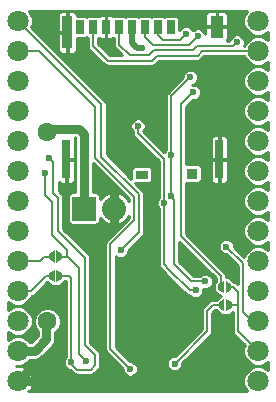
<source format=gbl>
G04 #@! TF.FileFunction,Copper,L2,Bot,Signal*
%FSLAX46Y46*%
G04 Gerber Fmt 4.6, Leading zero omitted, Abs format (unit mm)*
G04 Created by KiCad (PCBNEW 4.0.0-rc2-stable) date 8/12/2015 5:56:54 PM*
%MOMM*%
G01*
G04 APERTURE LIST*
%ADD10C,0.100000*%
%ADD11R,0.700000X1.200000*%
%ADD12R,1.050000X0.780000*%
%ADD13R,0.700000X3.330000*%
%ADD14R,1.140000X1.830000*%
%ADD15R,0.900000X0.930000*%
%ADD16R,0.860000X2.800000*%
%ADD17C,1.800000*%
%ADD18C,1.600000*%
%ADD19R,2.032000X2.032000*%
%ADD20O,2.032000X2.032000*%
%ADD21C,0.600000*%
%ADD22C,0.800000*%
%ADD23C,0.200000*%
%ADD24C,0.203200*%
%ADD25C,0.500000*%
%ADD26C,0.228600*%
G04 APERTURE END LIST*
D10*
G36*
X178989990Y-123968510D02*
X178540410Y-123668790D01*
X178540410Y-123219210D01*
X178989990Y-122919490D01*
X178989990Y-123968510D01*
X178989990Y-123968510D01*
G37*
G36*
X179599590Y-123668790D02*
X179150010Y-123968510D01*
X179150010Y-122919490D01*
X179599590Y-123219210D01*
X179599590Y-123668790D01*
X179599590Y-123668790D01*
G37*
G36*
X178989990Y-125619510D02*
X178540410Y-125319790D01*
X178540410Y-124870210D01*
X178989990Y-124570490D01*
X178989990Y-125619510D01*
X178989990Y-125619510D01*
G37*
G36*
X179599590Y-125319790D02*
X179150010Y-125619510D01*
X179150010Y-124570490D01*
X179599590Y-124870210D01*
X179599590Y-125319790D01*
X179599590Y-125319790D01*
G37*
G36*
X193315590Y-126559310D02*
X192866010Y-126259590D01*
X192866010Y-125810010D01*
X193315590Y-125510290D01*
X193315590Y-126559310D01*
X193315590Y-126559310D01*
G37*
G36*
X193925190Y-126259590D02*
X193475610Y-126559310D01*
X193475610Y-125510290D01*
X193925190Y-125810010D01*
X193925190Y-126259590D01*
X193925190Y-126259590D01*
G37*
G36*
X193366390Y-128083310D02*
X192916810Y-127783590D01*
X192916810Y-127334010D01*
X193366390Y-127034290D01*
X193366390Y-128083310D01*
X193366390Y-128083310D01*
G37*
G36*
X193975990Y-127783590D02*
X193526410Y-128083310D01*
X193526410Y-127034290D01*
X193975990Y-127334010D01*
X193975990Y-127783590D01*
X193975990Y-127783590D01*
G37*
D11*
X181149000Y-104013000D03*
X182249000Y-104013000D03*
X183349000Y-104013000D03*
X184449000Y-104013000D03*
X185549000Y-104013000D03*
X186649000Y-104013000D03*
X187749000Y-104013000D03*
X188849000Y-104013000D03*
D12*
X186374000Y-116503000D03*
D13*
X179989000Y-115228000D03*
D14*
X192729000Y-103978000D03*
D15*
X190639000Y-116428000D03*
D13*
X192949000Y-115228000D03*
D16*
X180069000Y-104463000D03*
D17*
X175895000Y-103505000D03*
X175895000Y-106045000D03*
X175895000Y-108585000D03*
X175895000Y-111125000D03*
X175895000Y-113665000D03*
X175895000Y-116205000D03*
X175895000Y-118745000D03*
X175895000Y-121285000D03*
X175895000Y-123825000D03*
X175895000Y-126365000D03*
X175895000Y-128905000D03*
X175895000Y-131445000D03*
X175895000Y-133985000D03*
X196215000Y-103505000D03*
X196215000Y-106045000D03*
X196215000Y-108585000D03*
X196215000Y-111125000D03*
X196215000Y-113665000D03*
X196215000Y-116205000D03*
X196215000Y-118745000D03*
X196215000Y-121285000D03*
X196215000Y-123825000D03*
X196215000Y-126365000D03*
X196215000Y-128905000D03*
X196215000Y-131445000D03*
X196215000Y-133985000D03*
D18*
X178371500Y-112929400D03*
X178371500Y-128929400D03*
D19*
X181483000Y-119380000D03*
D20*
X184023000Y-119380000D03*
D21*
X185394600Y-132969000D03*
X188264800Y-118922800D03*
X186055000Y-112395000D03*
X190931800Y-126314200D03*
X188849000Y-118325900D03*
X190500000Y-108254800D03*
X188874400Y-114858800D03*
X191744600Y-125552200D03*
X178206400Y-116332000D03*
X181635400Y-132308600D03*
X178511200Y-115062000D03*
X180416200Y-132410200D03*
X190754000Y-109524800D03*
X189153800Y-132511800D03*
X194437000Y-105283000D03*
X191135000Y-104775000D03*
X190119000Y-104584500D03*
X193522600Y-122605800D03*
X184581800Y-122910600D03*
X183337200Y-105613200D03*
X193954400Y-124358400D03*
X193954400Y-112420400D03*
X190652400Y-112064800D03*
X185039000Y-107924600D03*
X186690000Y-109728000D03*
X185369200Y-110998000D03*
X190957200Y-103428800D03*
X178663600Y-104444800D03*
X192735200Y-118516400D03*
X194564000Y-116484400D03*
X182727600Y-126492000D03*
X191541400Y-134239000D03*
X188442600Y-134188200D03*
X184175400Y-134239000D03*
X180568600Y-134239000D03*
X184073800Y-108889800D03*
X185039000Y-124485400D03*
X186385200Y-105765600D03*
D22*
X178308000Y-128992900D02*
X178308000Y-130454400D01*
X178308000Y-130454400D02*
X177317400Y-131445000D01*
X177317400Y-131445000D02*
X175895000Y-131445000D01*
D23*
X178308000Y-128992900D02*
X178371500Y-128929400D01*
D24*
X175895000Y-106045000D02*
X177673000Y-106045000D01*
X183718200Y-131292600D02*
X185394600Y-132969000D01*
X183718200Y-122351800D02*
X183718200Y-131292600D01*
X185699400Y-120370600D02*
X183718200Y-122351800D01*
X185699400Y-118389400D02*
X185699400Y-120370600D01*
X182448200Y-115138200D02*
X185699400Y-118389400D01*
X182448200Y-110820200D02*
X182448200Y-115138200D01*
X177673000Y-106045000D02*
X182448200Y-110820200D01*
X188239400Y-115189000D02*
X188239400Y-118541800D01*
D23*
X188252100Y-119100600D02*
X188252100Y-124104400D01*
D24*
X188252100Y-118922800D02*
X188264800Y-118922800D01*
D23*
X188252100Y-118922800D02*
X188252100Y-119100600D01*
D24*
X188264800Y-118922800D02*
X188252100Y-118922800D01*
X188239400Y-118541800D02*
X188252100Y-118554500D01*
X188264800Y-118922800D02*
X188252100Y-118922800D01*
D23*
X188252100Y-118554500D02*
X188252100Y-118922800D01*
X188252100Y-124104400D02*
X188696600Y-124548900D01*
D24*
X186055000Y-113004600D02*
X188239400Y-115189000D01*
X186055000Y-112395000D02*
X186055000Y-113004600D01*
X188696600Y-124548900D02*
X188696600Y-124587000D01*
X190423800Y-126314200D02*
X190931800Y-126314200D01*
X188696600Y-124587000D02*
X190423800Y-126314200D01*
X188849000Y-118325900D02*
X188849000Y-114884200D01*
X189103000Y-118694200D02*
X189103000Y-124079000D01*
X188849000Y-118440200D02*
X189103000Y-118694200D01*
X188849000Y-118325900D02*
X188849000Y-118440200D01*
X188874400Y-109880400D02*
X188874400Y-114858800D01*
X190500000Y-108254800D02*
X188874400Y-109880400D01*
X188849000Y-114884200D02*
X188874400Y-114858800D01*
X190576200Y-125552200D02*
X189103000Y-124079000D01*
X191744600Y-125552200D02*
X190576200Y-125552200D01*
X178206400Y-116332000D02*
X178206400Y-118262400D01*
X180060600Y-122910600D02*
X178790600Y-121640600D01*
X180060600Y-123418600D02*
X180060600Y-122910600D01*
X178790600Y-121640600D02*
X178790600Y-118846600D01*
X178206400Y-118262400D02*
X178790600Y-118846600D01*
X180060600Y-123418600D02*
X181025800Y-124383800D01*
X181025800Y-131699000D02*
X181635400Y-132308600D01*
X181025800Y-124383800D02*
X181025800Y-131699000D01*
X180060600Y-123444000D02*
X180060600Y-123418600D01*
X180060600Y-123444000D02*
X179374800Y-123444000D01*
X182397400Y-132664200D02*
X182397400Y-131749800D01*
X182397400Y-131749800D02*
X181584600Y-130937000D01*
X181584600Y-130937000D02*
X181584600Y-123571000D01*
X181584600Y-123571000D02*
X179298600Y-121285000D01*
X179298600Y-121285000D02*
X179298600Y-118491000D01*
X179298600Y-118491000D02*
X178892200Y-118084600D01*
X182041800Y-133019800D02*
X182397400Y-132664200D01*
X180873400Y-133019800D02*
X182041800Y-133019800D01*
X180416200Y-132562600D02*
X180873400Y-133019800D01*
X180416200Y-132410200D02*
X180416200Y-132562600D01*
X178892200Y-115443000D02*
X178892200Y-118084600D01*
X178511200Y-115062000D02*
X178892200Y-115443000D01*
X180213000Y-125095000D02*
X179374800Y-125095000D01*
X180416200Y-125298200D02*
X180213000Y-125095000D01*
X180416200Y-132410200D02*
X180416200Y-125298200D01*
X178765200Y-123444000D02*
X178104800Y-123444000D01*
X177723800Y-123825000D02*
X175895000Y-123825000D01*
X178104800Y-123444000D02*
X177723800Y-123825000D01*
X178765200Y-125095000D02*
X178282600Y-125095000D01*
X177012600Y-126365000D02*
X175895000Y-126365000D01*
X178282600Y-125095000D02*
X177012600Y-126365000D01*
X193090800Y-125120400D02*
X189712600Y-121742200D01*
X189712600Y-121742200D02*
X189712600Y-114071400D01*
X193090800Y-125120400D02*
X193090800Y-126034800D01*
X189712600Y-110566200D02*
X189712600Y-114071400D01*
X190754000Y-109524800D02*
X189712600Y-110566200D01*
X193751200Y-127558800D02*
X194538600Y-127558800D01*
X194538600Y-127558800D02*
X194538600Y-127584200D01*
X193700400Y-126034800D02*
X194106800Y-126034800D01*
X194538600Y-126466600D02*
X194538600Y-127584200D01*
X194538600Y-127584200D02*
X194538600Y-127787400D01*
X194106800Y-126034800D02*
X194538600Y-126466600D01*
X194538600Y-129768600D02*
X196215000Y-131445000D01*
X194538600Y-127787400D02*
X194538600Y-129768600D01*
X192379600Y-127558800D02*
X193141600Y-127558800D01*
X191897000Y-128041400D02*
X192379600Y-127558800D01*
X191897000Y-129768600D02*
X191897000Y-128041400D01*
X189153800Y-132511800D02*
X191897000Y-129768600D01*
X185343800Y-106400600D02*
X186969400Y-106400600D01*
X194437000Y-105283000D02*
X194081400Y-105638600D01*
X194081400Y-105638600D02*
X191084200Y-105638600D01*
X185343800Y-106400600D02*
X184449000Y-105505800D01*
X184449000Y-104013000D02*
X184449000Y-105505800D01*
X190754000Y-105968800D02*
X191084200Y-105638600D01*
X187401200Y-105968800D02*
X190754000Y-105968800D01*
X186969400Y-106400600D02*
X187401200Y-105968800D01*
X191490600Y-106045000D02*
X191109600Y-106426000D01*
X196215000Y-106045000D02*
X191490600Y-106045000D01*
X182249000Y-105604500D02*
X182249000Y-104013000D01*
X182249000Y-105604500D02*
X183502300Y-106857800D01*
X187223400Y-106857800D02*
X183502300Y-106857800D01*
X187655200Y-106426000D02*
X187223400Y-106857800D01*
X191109600Y-106426000D02*
X187655200Y-106426000D01*
X186649000Y-104860998D02*
X187337702Y-105549700D01*
X187337702Y-105549700D02*
X190360300Y-105549700D01*
X190360300Y-105549700D02*
X191135000Y-104775000D01*
X186649000Y-104013000D02*
X186649000Y-104860998D01*
X187749000Y-104013000D02*
X187749000Y-104691000D01*
X189598300Y-105105200D02*
X190119000Y-104584500D01*
X188163200Y-105105200D02*
X189598300Y-105105200D01*
X187749000Y-104691000D02*
X188163200Y-105105200D01*
X194945000Y-124028200D02*
X193522600Y-122605800D01*
X194945000Y-128143000D02*
X194945000Y-124028200D01*
X194945000Y-128143000D02*
X195707000Y-128905000D01*
X196215000Y-128905000D02*
X195707000Y-128905000D01*
X182956200Y-110566200D02*
X182956200Y-114985800D01*
X186156600Y-118186200D02*
X182956200Y-114985800D01*
X182956200Y-110566200D02*
X178333400Y-105943400D01*
X184632600Y-122910600D02*
X186156600Y-121386600D01*
X186156600Y-121386600D02*
X186156600Y-118186200D01*
X178333400Y-105943400D02*
X178333400Y-105943400D01*
X178333400Y-105943400D02*
X175895000Y-103505000D01*
D22*
X184023000Y-119380000D02*
X184023000Y-120624600D01*
X184023000Y-120624600D02*
X183997600Y-120650000D01*
X184023000Y-119380000D02*
X184023000Y-118084600D01*
X184023000Y-118084600D02*
X184048400Y-118059200D01*
X175895000Y-133985000D02*
X177139600Y-132740400D01*
X175895000Y-133985000D02*
X177368200Y-133985000D01*
X177368200Y-133985000D02*
X177393600Y-134010400D01*
D24*
X183349000Y-104013000D02*
X183349000Y-105601400D01*
X183349000Y-105601400D02*
X183337200Y-105613200D01*
X193954400Y-112420400D02*
X193598800Y-112064800D01*
X193598800Y-112064800D02*
X190652400Y-112064800D01*
X185039000Y-107924600D02*
X186690000Y-109575600D01*
X184073800Y-108889800D02*
X185039000Y-107924600D01*
X186690000Y-109575600D02*
X186690000Y-109728000D01*
X184073800Y-108889800D02*
X185369200Y-110185200D01*
X185369200Y-110185200D02*
X185369200Y-110998000D01*
X192729000Y-103978000D02*
X191506400Y-103978000D01*
X191506400Y-103978000D02*
X190957200Y-103428800D01*
X180069000Y-104463000D02*
X178681800Y-104463000D01*
X178681800Y-104463000D02*
X178663600Y-104444800D01*
X188493400Y-134239000D02*
X191541400Y-134239000D01*
X188442600Y-134188200D02*
X188493400Y-134239000D01*
X180568600Y-134239000D02*
X184175400Y-134239000D01*
D22*
X181483000Y-119380000D02*
X181483000Y-113055400D01*
X181051200Y-112623600D02*
X178677300Y-112623600D01*
X181483000Y-113055400D02*
X181051200Y-112623600D01*
X178677300Y-112623600D02*
X178371500Y-112929400D01*
D25*
X185549000Y-104013000D02*
X185549000Y-105335800D01*
X185549000Y-105335800D02*
X185978800Y-105765600D01*
X185978800Y-105765600D02*
X186385200Y-105765600D01*
D26*
G36*
X195161935Y-102800034D02*
X194972316Y-103256687D01*
X194971885Y-103751143D01*
X195160706Y-104208127D01*
X195510034Y-104558065D01*
X195966687Y-104747684D01*
X196461143Y-104748115D01*
X196918127Y-104559294D01*
X197067100Y-104410581D01*
X197067100Y-105139326D01*
X196919966Y-104991935D01*
X196463313Y-104802316D01*
X195968857Y-104801885D01*
X195511873Y-104990706D01*
X195161935Y-105340034D01*
X195053780Y-105600500D01*
X195001284Y-105600500D01*
X195079788Y-105411442D01*
X195080011Y-105155680D01*
X194982342Y-104919302D01*
X194801649Y-104738294D01*
X194565442Y-104640212D01*
X194309680Y-104639989D01*
X194073302Y-104737658D01*
X193892294Y-104918351D01*
X193794212Y-105154558D01*
X193794178Y-105194100D01*
X193554676Y-105194100D01*
X193632763Y-105116013D01*
X193692700Y-104971312D01*
X193692700Y-104101825D01*
X193594275Y-104003400D01*
X192754400Y-104003400D01*
X192754400Y-104023400D01*
X192703600Y-104023400D01*
X192703600Y-104003400D01*
X191863725Y-104003400D01*
X191765300Y-104101825D01*
X191765300Y-104616917D01*
X191680342Y-104411302D01*
X191499649Y-104230294D01*
X191263442Y-104132212D01*
X191007680Y-104131989D01*
X190771302Y-104229658D01*
X190698167Y-104302666D01*
X190664342Y-104220802D01*
X190483649Y-104039794D01*
X190247442Y-103941712D01*
X189991680Y-103941489D01*
X189755302Y-104039158D01*
X189574294Y-104219851D01*
X189548617Y-104281688D01*
X189548617Y-103413000D01*
X189524707Y-103285929D01*
X189449608Y-103169222D01*
X189335021Y-103090928D01*
X189199000Y-103063383D01*
X188499000Y-103063383D01*
X188371929Y-103087293D01*
X188298682Y-103134426D01*
X188235021Y-103090928D01*
X188099000Y-103063383D01*
X187399000Y-103063383D01*
X187271929Y-103087293D01*
X187198682Y-103134426D01*
X187135021Y-103090928D01*
X186999000Y-103063383D01*
X186299000Y-103063383D01*
X186171929Y-103087293D01*
X186098682Y-103134426D01*
X186035021Y-103090928D01*
X185899000Y-103063383D01*
X185199000Y-103063383D01*
X185071929Y-103087293D01*
X184998682Y-103134426D01*
X184935021Y-103090928D01*
X184799000Y-103063383D01*
X184099000Y-103063383D01*
X183971929Y-103087293D01*
X183946459Y-103103683D01*
X183922013Y-103079237D01*
X183777312Y-103019300D01*
X183472825Y-103019300D01*
X183374400Y-103117725D01*
X183374400Y-103987600D01*
X183394400Y-103987600D01*
X183394400Y-104038400D01*
X183374400Y-104038400D01*
X183374400Y-104908275D01*
X183472825Y-105006700D01*
X183777312Y-105006700D01*
X183922013Y-104946763D01*
X183945587Y-104923189D01*
X183962979Y-104935072D01*
X184004500Y-104943480D01*
X184004500Y-105505800D01*
X184038336Y-105675903D01*
X184104285Y-105774603D01*
X184134691Y-105820109D01*
X184727882Y-106413300D01*
X183686418Y-106413300D01*
X182693500Y-105420382D01*
X182693500Y-104944836D01*
X182726071Y-104938707D01*
X182751541Y-104922317D01*
X182775987Y-104946763D01*
X182920688Y-105006700D01*
X183225175Y-105006700D01*
X183323600Y-104908275D01*
X183323600Y-104038400D01*
X183303600Y-104038400D01*
X183303600Y-103987600D01*
X183323600Y-103987600D01*
X183323600Y-103117725D01*
X183225175Y-103019300D01*
X182920688Y-103019300D01*
X182775987Y-103079237D01*
X182752413Y-103102811D01*
X182735021Y-103090928D01*
X182599000Y-103063383D01*
X181899000Y-103063383D01*
X181771929Y-103087293D01*
X181698682Y-103134426D01*
X181635021Y-103090928D01*
X181499000Y-103063383D01*
X180892700Y-103063383D01*
X180892700Y-102984688D01*
X191765300Y-102984688D01*
X191765300Y-103854175D01*
X191863725Y-103952600D01*
X192703600Y-103952600D01*
X192703600Y-102767725D01*
X192754400Y-102767725D01*
X192754400Y-103952600D01*
X193594275Y-103952600D01*
X193692700Y-103854175D01*
X193692700Y-102984688D01*
X193632763Y-102839987D01*
X193522013Y-102729237D01*
X193377312Y-102669300D01*
X192852825Y-102669300D01*
X192754400Y-102767725D01*
X192703600Y-102767725D01*
X192605175Y-102669300D01*
X192080688Y-102669300D01*
X191935987Y-102729237D01*
X191825237Y-102839987D01*
X191765300Y-102984688D01*
X180892700Y-102984688D01*
X180832763Y-102839987D01*
X180722013Y-102729237D01*
X180577312Y-102669300D01*
X180192825Y-102669300D01*
X180094400Y-102767725D01*
X180094400Y-104437600D01*
X180114400Y-104437600D01*
X180114400Y-104488400D01*
X180094400Y-104488400D01*
X180094400Y-106158275D01*
X180192825Y-106256700D01*
X180577312Y-106256700D01*
X180722013Y-106196763D01*
X180832763Y-106086013D01*
X180892700Y-105941312D01*
X180892700Y-104962617D01*
X181499000Y-104962617D01*
X181626071Y-104938707D01*
X181699318Y-104891574D01*
X181762979Y-104935072D01*
X181804500Y-104943480D01*
X181804500Y-105604500D01*
X181838336Y-105774603D01*
X181898075Y-105864009D01*
X181934691Y-105918809D01*
X183187991Y-107172109D01*
X183332197Y-107268464D01*
X183502300Y-107302300D01*
X187223400Y-107302300D01*
X187393503Y-107268464D01*
X187537709Y-107172109D01*
X187839318Y-106870500D01*
X191109600Y-106870500D01*
X191279703Y-106836664D01*
X191423909Y-106740309D01*
X191674718Y-106489500D01*
X195053844Y-106489500D01*
X195160706Y-106748127D01*
X195510034Y-107098065D01*
X195966687Y-107287684D01*
X196461143Y-107288115D01*
X196918127Y-107099294D01*
X197067100Y-106950581D01*
X197067100Y-107679326D01*
X196919966Y-107531935D01*
X196463313Y-107342316D01*
X195968857Y-107341885D01*
X195511873Y-107530706D01*
X195161935Y-107880034D01*
X194972316Y-108336687D01*
X194971885Y-108831143D01*
X195160706Y-109288127D01*
X195510034Y-109638065D01*
X195966687Y-109827684D01*
X196461143Y-109828115D01*
X196918127Y-109639294D01*
X197067100Y-109490581D01*
X197067100Y-110219326D01*
X196919966Y-110071935D01*
X196463313Y-109882316D01*
X195968857Y-109881885D01*
X195511873Y-110070706D01*
X195161935Y-110420034D01*
X194972316Y-110876687D01*
X194971885Y-111371143D01*
X195160706Y-111828127D01*
X195510034Y-112178065D01*
X195966687Y-112367684D01*
X196461143Y-112368115D01*
X196918127Y-112179294D01*
X197067100Y-112030581D01*
X197067100Y-112759326D01*
X196919966Y-112611935D01*
X196463313Y-112422316D01*
X195968857Y-112421885D01*
X195511873Y-112610706D01*
X195161935Y-112960034D01*
X194972316Y-113416687D01*
X194971885Y-113911143D01*
X195160706Y-114368127D01*
X195510034Y-114718065D01*
X195966687Y-114907684D01*
X196461143Y-114908115D01*
X196918127Y-114719294D01*
X197067100Y-114570581D01*
X197067100Y-115299326D01*
X196919966Y-115151935D01*
X196463313Y-114962316D01*
X195968857Y-114961885D01*
X195511873Y-115150706D01*
X195161935Y-115500034D01*
X194972316Y-115956687D01*
X194971885Y-116451143D01*
X195160706Y-116908127D01*
X195510034Y-117258065D01*
X195966687Y-117447684D01*
X196461143Y-117448115D01*
X196918127Y-117259294D01*
X197067100Y-117110581D01*
X197067100Y-117839326D01*
X196919966Y-117691935D01*
X196463313Y-117502316D01*
X195968857Y-117501885D01*
X195511873Y-117690706D01*
X195161935Y-118040034D01*
X194972316Y-118496687D01*
X194971885Y-118991143D01*
X195160706Y-119448127D01*
X195510034Y-119798065D01*
X195966687Y-119987684D01*
X196461143Y-119988115D01*
X196918127Y-119799294D01*
X197067100Y-119650581D01*
X197067100Y-120379326D01*
X196919966Y-120231935D01*
X196463313Y-120042316D01*
X195968857Y-120041885D01*
X195511873Y-120230706D01*
X195161935Y-120580034D01*
X194972316Y-121036687D01*
X194971885Y-121531143D01*
X195160706Y-121988127D01*
X195510034Y-122338065D01*
X195966687Y-122527684D01*
X196461143Y-122528115D01*
X196918127Y-122339294D01*
X197067100Y-122190581D01*
X197067100Y-122919326D01*
X196919966Y-122771935D01*
X196463313Y-122582316D01*
X195968857Y-122581885D01*
X195511873Y-122770706D01*
X195161935Y-123120034D01*
X195016265Y-123470847D01*
X194165488Y-122620070D01*
X194165611Y-122478480D01*
X194067942Y-122242102D01*
X193887249Y-122061094D01*
X193651042Y-121963012D01*
X193395280Y-121962789D01*
X193158902Y-122060458D01*
X192977894Y-122241151D01*
X192879812Y-122477358D01*
X192879589Y-122733120D01*
X192977258Y-122969498D01*
X193157951Y-123150506D01*
X193394158Y-123248588D01*
X193536894Y-123248712D01*
X194500500Y-124212318D01*
X194500500Y-125799882D01*
X194421109Y-125720491D01*
X194403708Y-125708864D01*
X194276903Y-125624136D01*
X194210497Y-125610927D01*
X194119123Y-125519111D01*
X193669543Y-125219391D01*
X193535300Y-125176712D01*
X193535300Y-125120400D01*
X193501464Y-124950297D01*
X193405109Y-124806091D01*
X190157100Y-121558082D01*
X190157100Y-117236157D01*
X190189000Y-117242617D01*
X191089000Y-117242617D01*
X191216071Y-117218707D01*
X191332778Y-117143608D01*
X191411072Y-117029021D01*
X191438617Y-116893000D01*
X191438617Y-115963000D01*
X191414707Y-115835929D01*
X191339608Y-115719222D01*
X191225021Y-115640928D01*
X191089000Y-115613383D01*
X190189000Y-115613383D01*
X190157100Y-115619385D01*
X190157100Y-115351825D01*
X192205300Y-115351825D01*
X192205300Y-116971312D01*
X192265237Y-117116013D01*
X192375987Y-117226763D01*
X192520688Y-117286700D01*
X192825175Y-117286700D01*
X192923600Y-117188275D01*
X192923600Y-115253400D01*
X192974400Y-115253400D01*
X192974400Y-117188275D01*
X193072825Y-117286700D01*
X193377312Y-117286700D01*
X193522013Y-117226763D01*
X193632763Y-117116013D01*
X193692700Y-116971312D01*
X193692700Y-115351825D01*
X193594275Y-115253400D01*
X192974400Y-115253400D01*
X192923600Y-115253400D01*
X192303725Y-115253400D01*
X192205300Y-115351825D01*
X190157100Y-115351825D01*
X190157100Y-113484688D01*
X192205300Y-113484688D01*
X192205300Y-115104175D01*
X192303725Y-115202600D01*
X192923600Y-115202600D01*
X192923600Y-113267725D01*
X192974400Y-113267725D01*
X192974400Y-115202600D01*
X193594275Y-115202600D01*
X193692700Y-115104175D01*
X193692700Y-113484688D01*
X193632763Y-113339987D01*
X193522013Y-113229237D01*
X193377312Y-113169300D01*
X193072825Y-113169300D01*
X192974400Y-113267725D01*
X192923600Y-113267725D01*
X192825175Y-113169300D01*
X192520688Y-113169300D01*
X192375987Y-113229237D01*
X192265237Y-113339987D01*
X192205300Y-113484688D01*
X190157100Y-113484688D01*
X190157100Y-110750318D01*
X190739730Y-110167688D01*
X190881320Y-110167811D01*
X191117698Y-110070142D01*
X191298706Y-109889449D01*
X191396788Y-109653242D01*
X191397011Y-109397480D01*
X191299342Y-109161102D01*
X191118649Y-108980094D01*
X190882442Y-108882012D01*
X190666013Y-108881823D01*
X190863698Y-108800142D01*
X191044706Y-108619449D01*
X191142788Y-108383242D01*
X191143011Y-108127480D01*
X191045342Y-107891102D01*
X190864649Y-107710094D01*
X190628442Y-107612012D01*
X190372680Y-107611789D01*
X190136302Y-107709458D01*
X189955294Y-107890151D01*
X189857212Y-108126358D01*
X189857088Y-108269094D01*
X188560091Y-109566091D01*
X188463736Y-109710297D01*
X188429900Y-109880400D01*
X188429900Y-114394119D01*
X188329694Y-114494151D01*
X188283769Y-114604751D01*
X186519116Y-112840098D01*
X186599706Y-112759649D01*
X186697788Y-112523442D01*
X186698011Y-112267680D01*
X186600342Y-112031302D01*
X186419649Y-111850294D01*
X186183442Y-111752212D01*
X185927680Y-111751989D01*
X185691302Y-111849658D01*
X185510294Y-112030351D01*
X185412212Y-112266558D01*
X185411989Y-112522320D01*
X185509658Y-112758698D01*
X185610500Y-112859716D01*
X185610500Y-113004600D01*
X185644336Y-113174703D01*
X185706491Y-113267725D01*
X185740691Y-113318909D01*
X187794900Y-115373118D01*
X187794900Y-118483475D01*
X187720094Y-118558151D01*
X187622012Y-118794358D01*
X187621789Y-119050120D01*
X187719458Y-119286498D01*
X187809200Y-119376396D01*
X187809200Y-124104395D01*
X187809199Y-124104400D01*
X187842914Y-124273891D01*
X187938922Y-124417578D01*
X188301016Y-124779672D01*
X188366760Y-124878065D01*
X188382291Y-124901309D01*
X190109491Y-126628509D01*
X190253698Y-126724865D01*
X190423800Y-126758700D01*
X190467119Y-126758700D01*
X190567151Y-126858906D01*
X190803358Y-126956988D01*
X191059120Y-126957211D01*
X191295498Y-126859542D01*
X191476506Y-126678849D01*
X191574588Y-126442642D01*
X191574811Y-126186880D01*
X191570292Y-126175943D01*
X191616158Y-126194988D01*
X191871920Y-126195211D01*
X192108298Y-126097542D01*
X192289306Y-125916849D01*
X192387388Y-125680642D01*
X192387611Y-125424880D01*
X192289942Y-125188502D01*
X192109249Y-125007494D01*
X191873042Y-124909412D01*
X191617280Y-124909189D01*
X191380902Y-125006858D01*
X191279884Y-125107700D01*
X190760318Y-125107700D01*
X189547500Y-123894882D01*
X189547500Y-122205718D01*
X192646300Y-125304518D01*
X192646300Y-125550267D01*
X192543938Y-125673989D01*
X192516393Y-125810010D01*
X192516393Y-126259590D01*
X192574181Y-126452120D01*
X192672077Y-126550489D01*
X193066944Y-126813733D01*
X192722877Y-127043111D01*
X192663978Y-127114300D01*
X192379600Y-127114300D01*
X192209497Y-127148136D01*
X192065291Y-127244491D01*
X191582691Y-127727091D01*
X191486336Y-127871297D01*
X191452500Y-128041400D01*
X191452500Y-129584482D01*
X189168070Y-131868912D01*
X189026480Y-131868789D01*
X188790102Y-131966458D01*
X188609094Y-132147151D01*
X188511012Y-132383358D01*
X188510789Y-132639120D01*
X188608458Y-132875498D01*
X188789151Y-133056506D01*
X189025358Y-133154588D01*
X189281120Y-133154811D01*
X189517498Y-133057142D01*
X189698506Y-132876449D01*
X189796588Y-132640242D01*
X189796712Y-132497506D01*
X192211309Y-130082909D01*
X192307665Y-129938702D01*
X192341500Y-129768600D01*
X192341500Y-128225518D01*
X192563718Y-128003300D01*
X192652030Y-128003300D01*
X192722877Y-128074489D01*
X193172457Y-128374209D01*
X193356731Y-128432794D01*
X193438150Y-128418635D01*
X193453115Y-128425158D01*
X193591887Y-128426741D01*
X193720343Y-128374209D01*
X194094100Y-128125038D01*
X194094100Y-129768600D01*
X194127936Y-129938703D01*
X194217069Y-130072101D01*
X194224291Y-130082909D01*
X195079630Y-130938248D01*
X194972316Y-131196687D01*
X194971885Y-131691143D01*
X195160706Y-132148127D01*
X195510034Y-132498065D01*
X195966687Y-132687684D01*
X196461143Y-132688115D01*
X196918127Y-132499294D01*
X197067100Y-132350581D01*
X197067100Y-133079326D01*
X196919966Y-132931935D01*
X196463313Y-132742316D01*
X195968857Y-132741885D01*
X195511873Y-132930706D01*
X195161935Y-133280034D01*
X194972316Y-133736687D01*
X194971885Y-134231143D01*
X195160706Y-134688127D01*
X195309419Y-134837100D01*
X176783023Y-134837100D01*
X176775884Y-134829961D01*
X176976861Y-134739622D01*
X177183291Y-134268169D01*
X177193590Y-133753607D01*
X177006191Y-133274272D01*
X176976861Y-133230378D01*
X176775883Y-133140039D01*
X175930921Y-133985000D01*
X175945064Y-133999142D01*
X175909142Y-134035064D01*
X175895000Y-134020921D01*
X175880858Y-134035064D01*
X175844936Y-133999142D01*
X175859079Y-133985000D01*
X175844936Y-133970858D01*
X175880858Y-133934936D01*
X175895000Y-133949079D01*
X176739961Y-133104117D01*
X176649622Y-132903139D01*
X176178169Y-132696709D01*
X175730928Y-132687757D01*
X176141143Y-132688115D01*
X176598127Y-132499294D01*
X176910065Y-132187900D01*
X177317395Y-132187900D01*
X177317400Y-132187901D01*
X177554527Y-132140732D01*
X177601696Y-132131350D01*
X177842710Y-131970310D01*
X178833310Y-130979710D01*
X178898640Y-130881936D01*
X178994350Y-130738696D01*
X179017425Y-130622691D01*
X179050901Y-130454400D01*
X179050900Y-130454395D01*
X179050900Y-129866081D01*
X179339839Y-129577646D01*
X179514201Y-129157734D01*
X179514598Y-128703060D01*
X179340969Y-128282845D01*
X179019746Y-127961061D01*
X178599834Y-127786699D01*
X178145160Y-127786302D01*
X177724945Y-127959931D01*
X177403161Y-128281154D01*
X177228799Y-128701066D01*
X177228402Y-129155740D01*
X177402031Y-129575955D01*
X177565100Y-129739309D01*
X177565100Y-130146680D01*
X177009680Y-130702100D01*
X176909590Y-130702100D01*
X176599966Y-130391935D01*
X176143313Y-130202316D01*
X175648857Y-130201885D01*
X175191873Y-130390706D01*
X175042900Y-130539419D01*
X175042900Y-129810674D01*
X175190034Y-129958065D01*
X175646687Y-130147684D01*
X176141143Y-130148115D01*
X176598127Y-129959294D01*
X176948065Y-129609966D01*
X177137684Y-129153313D01*
X177138115Y-128658857D01*
X176949294Y-128201873D01*
X176599966Y-127851935D01*
X176143313Y-127662316D01*
X175648857Y-127661885D01*
X175191873Y-127850706D01*
X175042900Y-127999419D01*
X175042900Y-127270674D01*
X175190034Y-127418065D01*
X175646687Y-127607684D01*
X176141143Y-127608115D01*
X176598127Y-127419294D01*
X176948065Y-127069966D01*
X177060147Y-126800042D01*
X177182703Y-126775664D01*
X177326909Y-126679309D01*
X178375908Y-125630310D01*
X178796057Y-125910409D01*
X178980331Y-125968994D01*
X179061750Y-125954835D01*
X179076715Y-125961358D01*
X179215487Y-125962941D01*
X179343943Y-125910409D01*
X179793523Y-125610689D01*
X179852422Y-125539500D01*
X179971700Y-125539500D01*
X179971700Y-131945519D01*
X179871494Y-132045551D01*
X179773412Y-132281758D01*
X179773189Y-132537520D01*
X179870858Y-132773898D01*
X180051551Y-132954906D01*
X180271020Y-133046038D01*
X180559091Y-133334109D01*
X180703297Y-133430464D01*
X180873400Y-133464300D01*
X182041800Y-133464300D01*
X182211903Y-133430464D01*
X182356109Y-133334109D01*
X182711709Y-132978509D01*
X182808064Y-132834303D01*
X182841900Y-132664200D01*
X182841900Y-131749800D01*
X182808064Y-131579697D01*
X182711709Y-131435491D01*
X182029100Y-130752882D01*
X182029100Y-123571000D01*
X181995264Y-123400897D01*
X181898909Y-123256691D01*
X179743100Y-121100882D01*
X179743100Y-118491000D01*
X179709264Y-118320897D01*
X179612909Y-118176691D01*
X179336700Y-117900482D01*
X179336700Y-117147476D01*
X179415987Y-117226763D01*
X179560688Y-117286700D01*
X179865175Y-117286700D01*
X179963600Y-117188275D01*
X179963600Y-115253400D01*
X180014400Y-115253400D01*
X180014400Y-117188275D01*
X180112825Y-117286700D01*
X180417312Y-117286700D01*
X180562013Y-117226763D01*
X180672763Y-117116013D01*
X180732700Y-116971312D01*
X180732700Y-115351825D01*
X180634275Y-115253400D01*
X180014400Y-115253400D01*
X179963600Y-115253400D01*
X179943600Y-115253400D01*
X179943600Y-115202600D01*
X179963600Y-115202600D01*
X179963600Y-115182600D01*
X180014400Y-115182600D01*
X180014400Y-115202600D01*
X180634275Y-115202600D01*
X180732700Y-115104175D01*
X180732700Y-113484688D01*
X180683745Y-113366500D01*
X180740100Y-113366500D01*
X180740100Y-118014383D01*
X180467000Y-118014383D01*
X180339929Y-118038293D01*
X180223222Y-118113392D01*
X180144928Y-118227979D01*
X180117383Y-118364000D01*
X180117383Y-120396000D01*
X180141293Y-120523071D01*
X180216392Y-120639778D01*
X180330979Y-120718072D01*
X180467000Y-120745617D01*
X182499000Y-120745617D01*
X182626071Y-120721707D01*
X182742778Y-120646608D01*
X182821072Y-120532021D01*
X182848617Y-120396000D01*
X182848617Y-120152836D01*
X183215081Y-120535217D01*
X183718663Y-120756459D01*
X183777423Y-120768145D01*
X183997600Y-120691029D01*
X183997600Y-119405400D01*
X183977600Y-119405400D01*
X183977600Y-119354600D01*
X183997600Y-119354600D01*
X183997600Y-118068971D01*
X183777423Y-117991855D01*
X183718663Y-118003541D01*
X183215081Y-118224783D01*
X182848617Y-118607164D01*
X182848617Y-118364000D01*
X182824707Y-118236929D01*
X182749608Y-118120222D01*
X182635021Y-118041928D01*
X182499000Y-118014383D01*
X182225900Y-118014383D01*
X182225900Y-115544518D01*
X185254900Y-118573518D01*
X185254900Y-118733307D01*
X185211502Y-118621896D01*
X184830919Y-118224783D01*
X184327337Y-118003541D01*
X184268577Y-117991855D01*
X184048400Y-118068971D01*
X184048400Y-119354600D01*
X184068400Y-119354600D01*
X184068400Y-119405400D01*
X184048400Y-119405400D01*
X184048400Y-120691029D01*
X184268577Y-120768145D01*
X184327337Y-120756459D01*
X184830919Y-120535217D01*
X185211502Y-120138104D01*
X185254900Y-120026693D01*
X185254900Y-120186482D01*
X183403891Y-122037491D01*
X183307536Y-122181697D01*
X183273700Y-122351800D01*
X183273700Y-131292600D01*
X183307536Y-131462703D01*
X183351766Y-131528898D01*
X183403891Y-131606909D01*
X184751712Y-132954730D01*
X184751589Y-133096320D01*
X184849258Y-133332698D01*
X185029951Y-133513706D01*
X185266158Y-133611788D01*
X185521920Y-133612011D01*
X185758298Y-133514342D01*
X185939306Y-133333649D01*
X186037388Y-133097442D01*
X186037611Y-132841680D01*
X185939942Y-132605302D01*
X185759249Y-132424294D01*
X185523042Y-132326212D01*
X185380306Y-132326088D01*
X184162700Y-131108482D01*
X184162700Y-123400760D01*
X184217151Y-123455306D01*
X184453358Y-123553388D01*
X184709120Y-123553611D01*
X184945498Y-123455942D01*
X185126506Y-123275249D01*
X185224588Y-123039042D01*
X185224668Y-122947150D01*
X186470909Y-121700909D01*
X186567264Y-121556703D01*
X186601100Y-121386600D01*
X186601100Y-118186200D01*
X186567264Y-118016097D01*
X186470909Y-117871891D01*
X185839765Y-117240747D01*
X185849000Y-117242617D01*
X186899000Y-117242617D01*
X187026071Y-117218707D01*
X187142778Y-117143608D01*
X187221072Y-117029021D01*
X187248617Y-116893000D01*
X187248617Y-116113000D01*
X187224707Y-115985929D01*
X187149608Y-115869222D01*
X187035021Y-115790928D01*
X186899000Y-115763383D01*
X185849000Y-115763383D01*
X185721929Y-115787293D01*
X185605222Y-115862392D01*
X185526928Y-115976979D01*
X185499383Y-116113000D01*
X185499383Y-116893000D01*
X185501090Y-116902072D01*
X183400700Y-114801682D01*
X183400700Y-110566200D01*
X183366864Y-110396097D01*
X183270509Y-110251891D01*
X177605443Y-104586825D01*
X179245300Y-104586825D01*
X179245300Y-105941312D01*
X179305237Y-106086013D01*
X179415987Y-106196763D01*
X179560688Y-106256700D01*
X179945175Y-106256700D01*
X180043600Y-106158275D01*
X180043600Y-104488400D01*
X179343725Y-104488400D01*
X179245300Y-104586825D01*
X177605443Y-104586825D01*
X177030370Y-104011752D01*
X177137684Y-103753313D01*
X177138115Y-103258857D01*
X177024832Y-102984688D01*
X179245300Y-102984688D01*
X179245300Y-104339175D01*
X179343725Y-104437600D01*
X180043600Y-104437600D01*
X180043600Y-102767725D01*
X179945175Y-102669300D01*
X179560688Y-102669300D01*
X179415987Y-102729237D01*
X179305237Y-102839987D01*
X179245300Y-102984688D01*
X177024832Y-102984688D01*
X176949294Y-102801873D01*
X176800581Y-102652900D01*
X195309326Y-102652900D01*
X195161935Y-102800034D01*
X195161935Y-102800034D01*
G37*
X195161935Y-102800034D02*
X194972316Y-103256687D01*
X194971885Y-103751143D01*
X195160706Y-104208127D01*
X195510034Y-104558065D01*
X195966687Y-104747684D01*
X196461143Y-104748115D01*
X196918127Y-104559294D01*
X197067100Y-104410581D01*
X197067100Y-105139326D01*
X196919966Y-104991935D01*
X196463313Y-104802316D01*
X195968857Y-104801885D01*
X195511873Y-104990706D01*
X195161935Y-105340034D01*
X195053780Y-105600500D01*
X195001284Y-105600500D01*
X195079788Y-105411442D01*
X195080011Y-105155680D01*
X194982342Y-104919302D01*
X194801649Y-104738294D01*
X194565442Y-104640212D01*
X194309680Y-104639989D01*
X194073302Y-104737658D01*
X193892294Y-104918351D01*
X193794212Y-105154558D01*
X193794178Y-105194100D01*
X193554676Y-105194100D01*
X193632763Y-105116013D01*
X193692700Y-104971312D01*
X193692700Y-104101825D01*
X193594275Y-104003400D01*
X192754400Y-104003400D01*
X192754400Y-104023400D01*
X192703600Y-104023400D01*
X192703600Y-104003400D01*
X191863725Y-104003400D01*
X191765300Y-104101825D01*
X191765300Y-104616917D01*
X191680342Y-104411302D01*
X191499649Y-104230294D01*
X191263442Y-104132212D01*
X191007680Y-104131989D01*
X190771302Y-104229658D01*
X190698167Y-104302666D01*
X190664342Y-104220802D01*
X190483649Y-104039794D01*
X190247442Y-103941712D01*
X189991680Y-103941489D01*
X189755302Y-104039158D01*
X189574294Y-104219851D01*
X189548617Y-104281688D01*
X189548617Y-103413000D01*
X189524707Y-103285929D01*
X189449608Y-103169222D01*
X189335021Y-103090928D01*
X189199000Y-103063383D01*
X188499000Y-103063383D01*
X188371929Y-103087293D01*
X188298682Y-103134426D01*
X188235021Y-103090928D01*
X188099000Y-103063383D01*
X187399000Y-103063383D01*
X187271929Y-103087293D01*
X187198682Y-103134426D01*
X187135021Y-103090928D01*
X186999000Y-103063383D01*
X186299000Y-103063383D01*
X186171929Y-103087293D01*
X186098682Y-103134426D01*
X186035021Y-103090928D01*
X185899000Y-103063383D01*
X185199000Y-103063383D01*
X185071929Y-103087293D01*
X184998682Y-103134426D01*
X184935021Y-103090928D01*
X184799000Y-103063383D01*
X184099000Y-103063383D01*
X183971929Y-103087293D01*
X183946459Y-103103683D01*
X183922013Y-103079237D01*
X183777312Y-103019300D01*
X183472825Y-103019300D01*
X183374400Y-103117725D01*
X183374400Y-103987600D01*
X183394400Y-103987600D01*
X183394400Y-104038400D01*
X183374400Y-104038400D01*
X183374400Y-104908275D01*
X183472825Y-105006700D01*
X183777312Y-105006700D01*
X183922013Y-104946763D01*
X183945587Y-104923189D01*
X183962979Y-104935072D01*
X184004500Y-104943480D01*
X184004500Y-105505800D01*
X184038336Y-105675903D01*
X184104285Y-105774603D01*
X184134691Y-105820109D01*
X184727882Y-106413300D01*
X183686418Y-106413300D01*
X182693500Y-105420382D01*
X182693500Y-104944836D01*
X182726071Y-104938707D01*
X182751541Y-104922317D01*
X182775987Y-104946763D01*
X182920688Y-105006700D01*
X183225175Y-105006700D01*
X183323600Y-104908275D01*
X183323600Y-104038400D01*
X183303600Y-104038400D01*
X183303600Y-103987600D01*
X183323600Y-103987600D01*
X183323600Y-103117725D01*
X183225175Y-103019300D01*
X182920688Y-103019300D01*
X182775987Y-103079237D01*
X182752413Y-103102811D01*
X182735021Y-103090928D01*
X182599000Y-103063383D01*
X181899000Y-103063383D01*
X181771929Y-103087293D01*
X181698682Y-103134426D01*
X181635021Y-103090928D01*
X181499000Y-103063383D01*
X180892700Y-103063383D01*
X180892700Y-102984688D01*
X191765300Y-102984688D01*
X191765300Y-103854175D01*
X191863725Y-103952600D01*
X192703600Y-103952600D01*
X192703600Y-102767725D01*
X192754400Y-102767725D01*
X192754400Y-103952600D01*
X193594275Y-103952600D01*
X193692700Y-103854175D01*
X193692700Y-102984688D01*
X193632763Y-102839987D01*
X193522013Y-102729237D01*
X193377312Y-102669300D01*
X192852825Y-102669300D01*
X192754400Y-102767725D01*
X192703600Y-102767725D01*
X192605175Y-102669300D01*
X192080688Y-102669300D01*
X191935987Y-102729237D01*
X191825237Y-102839987D01*
X191765300Y-102984688D01*
X180892700Y-102984688D01*
X180832763Y-102839987D01*
X180722013Y-102729237D01*
X180577312Y-102669300D01*
X180192825Y-102669300D01*
X180094400Y-102767725D01*
X180094400Y-104437600D01*
X180114400Y-104437600D01*
X180114400Y-104488400D01*
X180094400Y-104488400D01*
X180094400Y-106158275D01*
X180192825Y-106256700D01*
X180577312Y-106256700D01*
X180722013Y-106196763D01*
X180832763Y-106086013D01*
X180892700Y-105941312D01*
X180892700Y-104962617D01*
X181499000Y-104962617D01*
X181626071Y-104938707D01*
X181699318Y-104891574D01*
X181762979Y-104935072D01*
X181804500Y-104943480D01*
X181804500Y-105604500D01*
X181838336Y-105774603D01*
X181898075Y-105864009D01*
X181934691Y-105918809D01*
X183187991Y-107172109D01*
X183332197Y-107268464D01*
X183502300Y-107302300D01*
X187223400Y-107302300D01*
X187393503Y-107268464D01*
X187537709Y-107172109D01*
X187839318Y-106870500D01*
X191109600Y-106870500D01*
X191279703Y-106836664D01*
X191423909Y-106740309D01*
X191674718Y-106489500D01*
X195053844Y-106489500D01*
X195160706Y-106748127D01*
X195510034Y-107098065D01*
X195966687Y-107287684D01*
X196461143Y-107288115D01*
X196918127Y-107099294D01*
X197067100Y-106950581D01*
X197067100Y-107679326D01*
X196919966Y-107531935D01*
X196463313Y-107342316D01*
X195968857Y-107341885D01*
X195511873Y-107530706D01*
X195161935Y-107880034D01*
X194972316Y-108336687D01*
X194971885Y-108831143D01*
X195160706Y-109288127D01*
X195510034Y-109638065D01*
X195966687Y-109827684D01*
X196461143Y-109828115D01*
X196918127Y-109639294D01*
X197067100Y-109490581D01*
X197067100Y-110219326D01*
X196919966Y-110071935D01*
X196463313Y-109882316D01*
X195968857Y-109881885D01*
X195511873Y-110070706D01*
X195161935Y-110420034D01*
X194972316Y-110876687D01*
X194971885Y-111371143D01*
X195160706Y-111828127D01*
X195510034Y-112178065D01*
X195966687Y-112367684D01*
X196461143Y-112368115D01*
X196918127Y-112179294D01*
X197067100Y-112030581D01*
X197067100Y-112759326D01*
X196919966Y-112611935D01*
X196463313Y-112422316D01*
X195968857Y-112421885D01*
X195511873Y-112610706D01*
X195161935Y-112960034D01*
X194972316Y-113416687D01*
X194971885Y-113911143D01*
X195160706Y-114368127D01*
X195510034Y-114718065D01*
X195966687Y-114907684D01*
X196461143Y-114908115D01*
X196918127Y-114719294D01*
X197067100Y-114570581D01*
X197067100Y-115299326D01*
X196919966Y-115151935D01*
X196463313Y-114962316D01*
X195968857Y-114961885D01*
X195511873Y-115150706D01*
X195161935Y-115500034D01*
X194972316Y-115956687D01*
X194971885Y-116451143D01*
X195160706Y-116908127D01*
X195510034Y-117258065D01*
X195966687Y-117447684D01*
X196461143Y-117448115D01*
X196918127Y-117259294D01*
X197067100Y-117110581D01*
X197067100Y-117839326D01*
X196919966Y-117691935D01*
X196463313Y-117502316D01*
X195968857Y-117501885D01*
X195511873Y-117690706D01*
X195161935Y-118040034D01*
X194972316Y-118496687D01*
X194971885Y-118991143D01*
X195160706Y-119448127D01*
X195510034Y-119798065D01*
X195966687Y-119987684D01*
X196461143Y-119988115D01*
X196918127Y-119799294D01*
X197067100Y-119650581D01*
X197067100Y-120379326D01*
X196919966Y-120231935D01*
X196463313Y-120042316D01*
X195968857Y-120041885D01*
X195511873Y-120230706D01*
X195161935Y-120580034D01*
X194972316Y-121036687D01*
X194971885Y-121531143D01*
X195160706Y-121988127D01*
X195510034Y-122338065D01*
X195966687Y-122527684D01*
X196461143Y-122528115D01*
X196918127Y-122339294D01*
X197067100Y-122190581D01*
X197067100Y-122919326D01*
X196919966Y-122771935D01*
X196463313Y-122582316D01*
X195968857Y-122581885D01*
X195511873Y-122770706D01*
X195161935Y-123120034D01*
X195016265Y-123470847D01*
X194165488Y-122620070D01*
X194165611Y-122478480D01*
X194067942Y-122242102D01*
X193887249Y-122061094D01*
X193651042Y-121963012D01*
X193395280Y-121962789D01*
X193158902Y-122060458D01*
X192977894Y-122241151D01*
X192879812Y-122477358D01*
X192879589Y-122733120D01*
X192977258Y-122969498D01*
X193157951Y-123150506D01*
X193394158Y-123248588D01*
X193536894Y-123248712D01*
X194500500Y-124212318D01*
X194500500Y-125799882D01*
X194421109Y-125720491D01*
X194403708Y-125708864D01*
X194276903Y-125624136D01*
X194210497Y-125610927D01*
X194119123Y-125519111D01*
X193669543Y-125219391D01*
X193535300Y-125176712D01*
X193535300Y-125120400D01*
X193501464Y-124950297D01*
X193405109Y-124806091D01*
X190157100Y-121558082D01*
X190157100Y-117236157D01*
X190189000Y-117242617D01*
X191089000Y-117242617D01*
X191216071Y-117218707D01*
X191332778Y-117143608D01*
X191411072Y-117029021D01*
X191438617Y-116893000D01*
X191438617Y-115963000D01*
X191414707Y-115835929D01*
X191339608Y-115719222D01*
X191225021Y-115640928D01*
X191089000Y-115613383D01*
X190189000Y-115613383D01*
X190157100Y-115619385D01*
X190157100Y-115351825D01*
X192205300Y-115351825D01*
X192205300Y-116971312D01*
X192265237Y-117116013D01*
X192375987Y-117226763D01*
X192520688Y-117286700D01*
X192825175Y-117286700D01*
X192923600Y-117188275D01*
X192923600Y-115253400D01*
X192974400Y-115253400D01*
X192974400Y-117188275D01*
X193072825Y-117286700D01*
X193377312Y-117286700D01*
X193522013Y-117226763D01*
X193632763Y-117116013D01*
X193692700Y-116971312D01*
X193692700Y-115351825D01*
X193594275Y-115253400D01*
X192974400Y-115253400D01*
X192923600Y-115253400D01*
X192303725Y-115253400D01*
X192205300Y-115351825D01*
X190157100Y-115351825D01*
X190157100Y-113484688D01*
X192205300Y-113484688D01*
X192205300Y-115104175D01*
X192303725Y-115202600D01*
X192923600Y-115202600D01*
X192923600Y-113267725D01*
X192974400Y-113267725D01*
X192974400Y-115202600D01*
X193594275Y-115202600D01*
X193692700Y-115104175D01*
X193692700Y-113484688D01*
X193632763Y-113339987D01*
X193522013Y-113229237D01*
X193377312Y-113169300D01*
X193072825Y-113169300D01*
X192974400Y-113267725D01*
X192923600Y-113267725D01*
X192825175Y-113169300D01*
X192520688Y-113169300D01*
X192375987Y-113229237D01*
X192265237Y-113339987D01*
X192205300Y-113484688D01*
X190157100Y-113484688D01*
X190157100Y-110750318D01*
X190739730Y-110167688D01*
X190881320Y-110167811D01*
X191117698Y-110070142D01*
X191298706Y-109889449D01*
X191396788Y-109653242D01*
X191397011Y-109397480D01*
X191299342Y-109161102D01*
X191118649Y-108980094D01*
X190882442Y-108882012D01*
X190666013Y-108881823D01*
X190863698Y-108800142D01*
X191044706Y-108619449D01*
X191142788Y-108383242D01*
X191143011Y-108127480D01*
X191045342Y-107891102D01*
X190864649Y-107710094D01*
X190628442Y-107612012D01*
X190372680Y-107611789D01*
X190136302Y-107709458D01*
X189955294Y-107890151D01*
X189857212Y-108126358D01*
X189857088Y-108269094D01*
X188560091Y-109566091D01*
X188463736Y-109710297D01*
X188429900Y-109880400D01*
X188429900Y-114394119D01*
X188329694Y-114494151D01*
X188283769Y-114604751D01*
X186519116Y-112840098D01*
X186599706Y-112759649D01*
X186697788Y-112523442D01*
X186698011Y-112267680D01*
X186600342Y-112031302D01*
X186419649Y-111850294D01*
X186183442Y-111752212D01*
X185927680Y-111751989D01*
X185691302Y-111849658D01*
X185510294Y-112030351D01*
X185412212Y-112266558D01*
X185411989Y-112522320D01*
X185509658Y-112758698D01*
X185610500Y-112859716D01*
X185610500Y-113004600D01*
X185644336Y-113174703D01*
X185706491Y-113267725D01*
X185740691Y-113318909D01*
X187794900Y-115373118D01*
X187794900Y-118483475D01*
X187720094Y-118558151D01*
X187622012Y-118794358D01*
X187621789Y-119050120D01*
X187719458Y-119286498D01*
X187809200Y-119376396D01*
X187809200Y-124104395D01*
X187809199Y-124104400D01*
X187842914Y-124273891D01*
X187938922Y-124417578D01*
X188301016Y-124779672D01*
X188366760Y-124878065D01*
X188382291Y-124901309D01*
X190109491Y-126628509D01*
X190253698Y-126724865D01*
X190423800Y-126758700D01*
X190467119Y-126758700D01*
X190567151Y-126858906D01*
X190803358Y-126956988D01*
X191059120Y-126957211D01*
X191295498Y-126859542D01*
X191476506Y-126678849D01*
X191574588Y-126442642D01*
X191574811Y-126186880D01*
X191570292Y-126175943D01*
X191616158Y-126194988D01*
X191871920Y-126195211D01*
X192108298Y-126097542D01*
X192289306Y-125916849D01*
X192387388Y-125680642D01*
X192387611Y-125424880D01*
X192289942Y-125188502D01*
X192109249Y-125007494D01*
X191873042Y-124909412D01*
X191617280Y-124909189D01*
X191380902Y-125006858D01*
X191279884Y-125107700D01*
X190760318Y-125107700D01*
X189547500Y-123894882D01*
X189547500Y-122205718D01*
X192646300Y-125304518D01*
X192646300Y-125550267D01*
X192543938Y-125673989D01*
X192516393Y-125810010D01*
X192516393Y-126259590D01*
X192574181Y-126452120D01*
X192672077Y-126550489D01*
X193066944Y-126813733D01*
X192722877Y-127043111D01*
X192663978Y-127114300D01*
X192379600Y-127114300D01*
X192209497Y-127148136D01*
X192065291Y-127244491D01*
X191582691Y-127727091D01*
X191486336Y-127871297D01*
X191452500Y-128041400D01*
X191452500Y-129584482D01*
X189168070Y-131868912D01*
X189026480Y-131868789D01*
X188790102Y-131966458D01*
X188609094Y-132147151D01*
X188511012Y-132383358D01*
X188510789Y-132639120D01*
X188608458Y-132875498D01*
X188789151Y-133056506D01*
X189025358Y-133154588D01*
X189281120Y-133154811D01*
X189517498Y-133057142D01*
X189698506Y-132876449D01*
X189796588Y-132640242D01*
X189796712Y-132497506D01*
X192211309Y-130082909D01*
X192307665Y-129938702D01*
X192341500Y-129768600D01*
X192341500Y-128225518D01*
X192563718Y-128003300D01*
X192652030Y-128003300D01*
X192722877Y-128074489D01*
X193172457Y-128374209D01*
X193356731Y-128432794D01*
X193438150Y-128418635D01*
X193453115Y-128425158D01*
X193591887Y-128426741D01*
X193720343Y-128374209D01*
X194094100Y-128125038D01*
X194094100Y-129768600D01*
X194127936Y-129938703D01*
X194217069Y-130072101D01*
X194224291Y-130082909D01*
X195079630Y-130938248D01*
X194972316Y-131196687D01*
X194971885Y-131691143D01*
X195160706Y-132148127D01*
X195510034Y-132498065D01*
X195966687Y-132687684D01*
X196461143Y-132688115D01*
X196918127Y-132499294D01*
X197067100Y-132350581D01*
X197067100Y-133079326D01*
X196919966Y-132931935D01*
X196463313Y-132742316D01*
X195968857Y-132741885D01*
X195511873Y-132930706D01*
X195161935Y-133280034D01*
X194972316Y-133736687D01*
X194971885Y-134231143D01*
X195160706Y-134688127D01*
X195309419Y-134837100D01*
X176783023Y-134837100D01*
X176775884Y-134829961D01*
X176976861Y-134739622D01*
X177183291Y-134268169D01*
X177193590Y-133753607D01*
X177006191Y-133274272D01*
X176976861Y-133230378D01*
X176775883Y-133140039D01*
X175930921Y-133985000D01*
X175945064Y-133999142D01*
X175909142Y-134035064D01*
X175895000Y-134020921D01*
X175880858Y-134035064D01*
X175844936Y-133999142D01*
X175859079Y-133985000D01*
X175844936Y-133970858D01*
X175880858Y-133934936D01*
X175895000Y-133949079D01*
X176739961Y-133104117D01*
X176649622Y-132903139D01*
X176178169Y-132696709D01*
X175730928Y-132687757D01*
X176141143Y-132688115D01*
X176598127Y-132499294D01*
X176910065Y-132187900D01*
X177317395Y-132187900D01*
X177317400Y-132187901D01*
X177554527Y-132140732D01*
X177601696Y-132131350D01*
X177842710Y-131970310D01*
X178833310Y-130979710D01*
X178898640Y-130881936D01*
X178994350Y-130738696D01*
X179017425Y-130622691D01*
X179050901Y-130454400D01*
X179050900Y-130454395D01*
X179050900Y-129866081D01*
X179339839Y-129577646D01*
X179514201Y-129157734D01*
X179514598Y-128703060D01*
X179340969Y-128282845D01*
X179019746Y-127961061D01*
X178599834Y-127786699D01*
X178145160Y-127786302D01*
X177724945Y-127959931D01*
X177403161Y-128281154D01*
X177228799Y-128701066D01*
X177228402Y-129155740D01*
X177402031Y-129575955D01*
X177565100Y-129739309D01*
X177565100Y-130146680D01*
X177009680Y-130702100D01*
X176909590Y-130702100D01*
X176599966Y-130391935D01*
X176143313Y-130202316D01*
X175648857Y-130201885D01*
X175191873Y-130390706D01*
X175042900Y-130539419D01*
X175042900Y-129810674D01*
X175190034Y-129958065D01*
X175646687Y-130147684D01*
X176141143Y-130148115D01*
X176598127Y-129959294D01*
X176948065Y-129609966D01*
X177137684Y-129153313D01*
X177138115Y-128658857D01*
X176949294Y-128201873D01*
X176599966Y-127851935D01*
X176143313Y-127662316D01*
X175648857Y-127661885D01*
X175191873Y-127850706D01*
X175042900Y-127999419D01*
X175042900Y-127270674D01*
X175190034Y-127418065D01*
X175646687Y-127607684D01*
X176141143Y-127608115D01*
X176598127Y-127419294D01*
X176948065Y-127069966D01*
X177060147Y-126800042D01*
X177182703Y-126775664D01*
X177326909Y-126679309D01*
X178375908Y-125630310D01*
X178796057Y-125910409D01*
X178980331Y-125968994D01*
X179061750Y-125954835D01*
X179076715Y-125961358D01*
X179215487Y-125962941D01*
X179343943Y-125910409D01*
X179793523Y-125610689D01*
X179852422Y-125539500D01*
X179971700Y-125539500D01*
X179971700Y-131945519D01*
X179871494Y-132045551D01*
X179773412Y-132281758D01*
X179773189Y-132537520D01*
X179870858Y-132773898D01*
X180051551Y-132954906D01*
X180271020Y-133046038D01*
X180559091Y-133334109D01*
X180703297Y-133430464D01*
X180873400Y-133464300D01*
X182041800Y-133464300D01*
X182211903Y-133430464D01*
X182356109Y-133334109D01*
X182711709Y-132978509D01*
X182808064Y-132834303D01*
X182841900Y-132664200D01*
X182841900Y-131749800D01*
X182808064Y-131579697D01*
X182711709Y-131435491D01*
X182029100Y-130752882D01*
X182029100Y-123571000D01*
X181995264Y-123400897D01*
X181898909Y-123256691D01*
X179743100Y-121100882D01*
X179743100Y-118491000D01*
X179709264Y-118320897D01*
X179612909Y-118176691D01*
X179336700Y-117900482D01*
X179336700Y-117147476D01*
X179415987Y-117226763D01*
X179560688Y-117286700D01*
X179865175Y-117286700D01*
X179963600Y-117188275D01*
X179963600Y-115253400D01*
X180014400Y-115253400D01*
X180014400Y-117188275D01*
X180112825Y-117286700D01*
X180417312Y-117286700D01*
X180562013Y-117226763D01*
X180672763Y-117116013D01*
X180732700Y-116971312D01*
X180732700Y-115351825D01*
X180634275Y-115253400D01*
X180014400Y-115253400D01*
X179963600Y-115253400D01*
X179943600Y-115253400D01*
X179943600Y-115202600D01*
X179963600Y-115202600D01*
X179963600Y-115182600D01*
X180014400Y-115182600D01*
X180014400Y-115202600D01*
X180634275Y-115202600D01*
X180732700Y-115104175D01*
X180732700Y-113484688D01*
X180683745Y-113366500D01*
X180740100Y-113366500D01*
X180740100Y-118014383D01*
X180467000Y-118014383D01*
X180339929Y-118038293D01*
X180223222Y-118113392D01*
X180144928Y-118227979D01*
X180117383Y-118364000D01*
X180117383Y-120396000D01*
X180141293Y-120523071D01*
X180216392Y-120639778D01*
X180330979Y-120718072D01*
X180467000Y-120745617D01*
X182499000Y-120745617D01*
X182626071Y-120721707D01*
X182742778Y-120646608D01*
X182821072Y-120532021D01*
X182848617Y-120396000D01*
X182848617Y-120152836D01*
X183215081Y-120535217D01*
X183718663Y-120756459D01*
X183777423Y-120768145D01*
X183997600Y-120691029D01*
X183997600Y-119405400D01*
X183977600Y-119405400D01*
X183977600Y-119354600D01*
X183997600Y-119354600D01*
X183997600Y-118068971D01*
X183777423Y-117991855D01*
X183718663Y-118003541D01*
X183215081Y-118224783D01*
X182848617Y-118607164D01*
X182848617Y-118364000D01*
X182824707Y-118236929D01*
X182749608Y-118120222D01*
X182635021Y-118041928D01*
X182499000Y-118014383D01*
X182225900Y-118014383D01*
X182225900Y-115544518D01*
X185254900Y-118573518D01*
X185254900Y-118733307D01*
X185211502Y-118621896D01*
X184830919Y-118224783D01*
X184327337Y-118003541D01*
X184268577Y-117991855D01*
X184048400Y-118068971D01*
X184048400Y-119354600D01*
X184068400Y-119354600D01*
X184068400Y-119405400D01*
X184048400Y-119405400D01*
X184048400Y-120691029D01*
X184268577Y-120768145D01*
X184327337Y-120756459D01*
X184830919Y-120535217D01*
X185211502Y-120138104D01*
X185254900Y-120026693D01*
X185254900Y-120186482D01*
X183403891Y-122037491D01*
X183307536Y-122181697D01*
X183273700Y-122351800D01*
X183273700Y-131292600D01*
X183307536Y-131462703D01*
X183351766Y-131528898D01*
X183403891Y-131606909D01*
X184751712Y-132954730D01*
X184751589Y-133096320D01*
X184849258Y-133332698D01*
X185029951Y-133513706D01*
X185266158Y-133611788D01*
X185521920Y-133612011D01*
X185758298Y-133514342D01*
X185939306Y-133333649D01*
X186037388Y-133097442D01*
X186037611Y-132841680D01*
X185939942Y-132605302D01*
X185759249Y-132424294D01*
X185523042Y-132326212D01*
X185380306Y-132326088D01*
X184162700Y-131108482D01*
X184162700Y-123400760D01*
X184217151Y-123455306D01*
X184453358Y-123553388D01*
X184709120Y-123553611D01*
X184945498Y-123455942D01*
X185126506Y-123275249D01*
X185224588Y-123039042D01*
X185224668Y-122947150D01*
X186470909Y-121700909D01*
X186567264Y-121556703D01*
X186601100Y-121386600D01*
X186601100Y-118186200D01*
X186567264Y-118016097D01*
X186470909Y-117871891D01*
X185839765Y-117240747D01*
X185849000Y-117242617D01*
X186899000Y-117242617D01*
X187026071Y-117218707D01*
X187142778Y-117143608D01*
X187221072Y-117029021D01*
X187248617Y-116893000D01*
X187248617Y-116113000D01*
X187224707Y-115985929D01*
X187149608Y-115869222D01*
X187035021Y-115790928D01*
X186899000Y-115763383D01*
X185849000Y-115763383D01*
X185721929Y-115787293D01*
X185605222Y-115862392D01*
X185526928Y-115976979D01*
X185499383Y-116113000D01*
X185499383Y-116893000D01*
X185501090Y-116902072D01*
X183400700Y-114801682D01*
X183400700Y-110566200D01*
X183366864Y-110396097D01*
X183270509Y-110251891D01*
X177605443Y-104586825D01*
X179245300Y-104586825D01*
X179245300Y-105941312D01*
X179305237Y-106086013D01*
X179415987Y-106196763D01*
X179560688Y-106256700D01*
X179945175Y-106256700D01*
X180043600Y-106158275D01*
X180043600Y-104488400D01*
X179343725Y-104488400D01*
X179245300Y-104586825D01*
X177605443Y-104586825D01*
X177030370Y-104011752D01*
X177137684Y-103753313D01*
X177138115Y-103258857D01*
X177024832Y-102984688D01*
X179245300Y-102984688D01*
X179245300Y-104339175D01*
X179343725Y-104437600D01*
X180043600Y-104437600D01*
X180043600Y-102767725D01*
X179945175Y-102669300D01*
X179560688Y-102669300D01*
X179415987Y-102729237D01*
X179305237Y-102839987D01*
X179245300Y-102984688D01*
X177024832Y-102984688D01*
X176949294Y-102801873D01*
X176800581Y-102652900D01*
X195309326Y-102652900D01*
X195161935Y-102800034D01*
M02*

</source>
